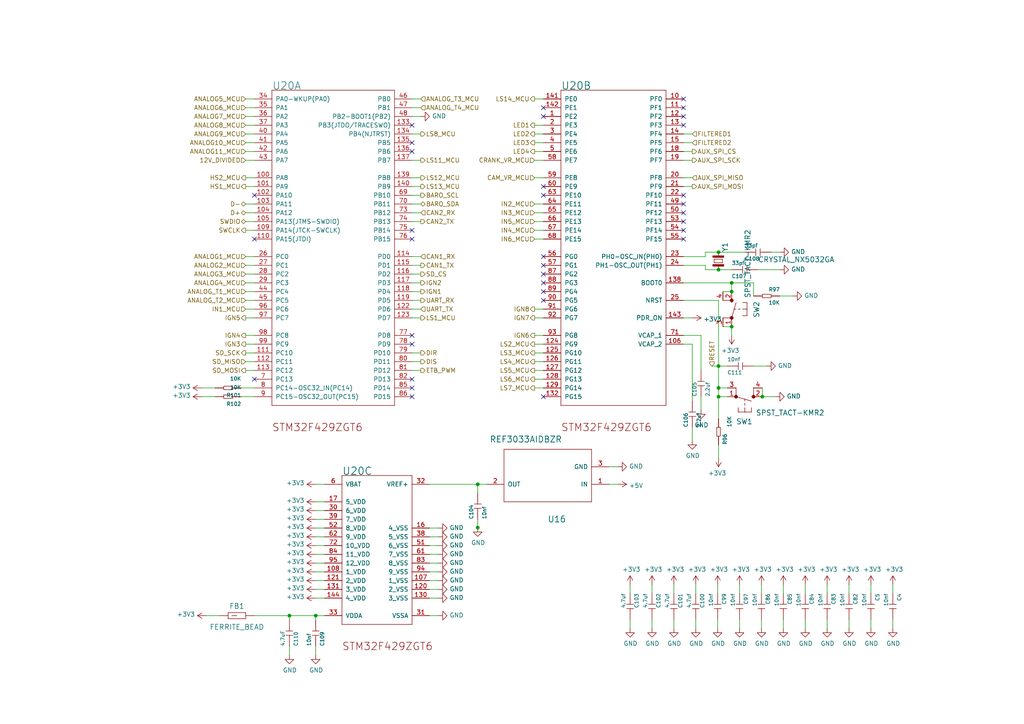
<source format=kicad_sch>
(kicad_sch (version 20230121) (generator eeschema)
  (paper "A4")
  (junction (at 208.407 112.522))
  (junction (at 91.567 178.562))
  (junction (at 138.557 140.462))
  (junction (at 208.407 115.062))
  (junction (at 208.407 73.152))
  (junction (at 221.107 115.062))
  (junction (at 212.217 94.742))
  (junction (at 208.407 78.232))
  (junction (at 212.217 82.042))
  (junction (at 83.947 178.562))
  (junction (at 212.217 84.582))
  (junction (at 208.407 106.172))
  (junction (at 138.557 153.035))
  (no_connect (at 119.507 99.822))
  (no_connect (at 157.607 84.582))
  (no_connect (at 119.507 112.522))
  (no_connect (at 198.247 36.322))
  (no_connect (at 119.507 66.802))
  (no_connect (at 198.247 69.342))
  (no_connect (at 157.607 115.062))
  (no_connect (at 119.507 41.402))
  (no_connect (at 198.247 31.242))
  (no_connect (at 157.607 56.642))
  (no_connect (at 119.507 36.322))
  (no_connect (at 198.247 64.262))
  (no_connect (at 198.247 59.182))
  (no_connect (at 157.607 74.422))
  (no_connect (at 157.607 33.782))
  (no_connect (at 73.787 69.342))
  (no_connect (at 119.507 43.942))
  (no_connect (at 119.507 69.342))
  (no_connect (at 157.607 31.242))
  (no_connect (at 119.507 97.282))
  (no_connect (at 198.247 61.722))
  (no_connect (at 73.787 56.642))
  (no_connect (at 198.247 56.642))
  (no_connect (at 73.787 109.982))
  (no_connect (at 157.607 76.962))
  (no_connect (at 119.507 109.982))
  (no_connect (at 119.507 115.062))
  (no_connect (at 198.247 33.782))
  (no_connect (at 198.247 28.702))
  (no_connect (at 157.607 87.122))
  (no_connect (at 157.607 79.502))
  (no_connect (at 157.607 54.102))
  (no_connect (at 157.607 82.042))
  (no_connect (at 198.247 66.802))
  (wire (pts (xy 198.247 87.122) (xy 208.407 87.122)))
  (wire (pts (xy 119.507 46.482) (xy 122.047 46.482)))
  (wire (pts (xy 73.787 36.322) (xy 71.247 36.322)))
  (wire (pts (xy 124.587 170.942) (xy 127.127 170.942)))
  (wire (pts (xy 157.607 64.262) (xy 155.067 64.262)))
  (wire (pts (xy 226.187 73.152) (xy 223.647 73.152)))
  (wire (pts (xy 198.247 51.562) (xy 200.787 51.562)))
  (wire (pts (xy 220.853 179.705) (xy 220.853 182.245)))
  (wire (pts (xy 91.567 179.832) (xy 91.567 178.562)))
  (wire (pts (xy 222.377 106.172) (xy 218.567 106.172)))
  (wire (pts (xy 157.607 112.522) (xy 155.067 112.522)))
  (wire (pts (xy 71.247 41.402) (xy 73.787 41.402)))
  (wire (pts (xy 119.507 64.262) (xy 122.047 64.262)))
  (wire (pts (xy 155.067 59.182) (xy 157.607 59.182)))
  (wire (pts (xy 220.853 172.085) (xy 220.853 169.545)))
  (wire (pts (xy 204.597 74.422) (xy 198.247 74.422)))
  (wire (pts (xy 208.407 132.842) (xy 208.407 129.032)))
  (wire (pts (xy 208.407 115.062) (xy 208.407 112.522)))
  (wire (pts (xy 73.787 66.802) (xy 71.247 66.802)))
  (wire (pts (xy 94.107 145.542) (xy 91.567 145.542)))
  (wire (pts (xy 124.587 140.462) (xy 138.557 140.462)))
  (wire (pts (xy 246.253 172.085) (xy 246.253 169.545)))
  (wire (pts (xy 208.407 87.122) (xy 208.407 106.172)))
  (wire (pts (xy 203.327 97.282) (xy 203.327 107.442)))
  (wire (pts (xy 218.567 85.852) (xy 218.567 82.042)))
  (wire (pts (xy 73.787 76.962) (xy 71.247 76.962)))
  (wire (pts (xy 138.557 153.035) (xy 138.557 153.162)))
  (wire (pts (xy 200.787 127.762) (xy 200.787 123.952)))
  (wire (pts (xy 138.557 150.622) (xy 138.557 153.035)))
  (wire (pts (xy 94.107 160.782) (xy 91.567 160.782)))
  (wire (pts (xy 208.153 179.705) (xy 208.153 182.245)))
  (wire (pts (xy 212.217 82.042) (xy 198.247 82.042)))
  (wire (pts (xy 124.587 168.402) (xy 127.127 168.402)))
  (wire (pts (xy 119.507 51.562) (xy 122.047 51.562)))
  (wire (pts (xy 189.103 179.705) (xy 189.103 182.245)))
  (wire (pts (xy 73.787 79.502) (xy 71.247 79.502)))
  (wire (pts (xy 71.247 54.102) (xy 73.787 54.102)))
  (wire (pts (xy 124.587 173.482) (xy 127.127 173.482)))
  (wire (pts (xy 119.507 102.362) (xy 122.047 102.362)))
  (wire (pts (xy 212.217 84.582) (xy 209.677 84.582)))
  (wire (pts (xy 210.947 115.062) (xy 208.407 115.062)))
  (wire (pts (xy 138.557 140.462) (xy 141.097 140.462)))
  (wire (pts (xy 198.247 99.822) (xy 200.787 99.822)))
  (wire (pts (xy 246.253 179.705) (xy 246.253 182.245)))
  (wire (pts (xy 124.587 178.562) (xy 127.127 178.562)))
  (wire (pts (xy 179.197 140.462) (xy 176.657 140.462)))
  (wire (pts (xy 69.977 112.522) (xy 73.787 112.522)))
  (wire (pts (xy 157.607 102.362) (xy 155.067 102.362)))
  (wire (pts (xy 73.787 64.262) (xy 71.247 64.262)))
  (wire (pts (xy 157.607 99.822) (xy 155.067 99.822)))
  (wire (pts (xy 119.507 59.182) (xy 122.047 59.182)))
  (wire (pts (xy 233.553 179.705) (xy 233.553 182.245)))
  (wire (pts (xy 124.587 163.322) (xy 127.127 163.322)))
  (wire (pts (xy 157.607 43.942) (xy 155.067 43.942)))
  (wire (pts (xy 124.587 153.162) (xy 127.127 153.162)))
  (wire (pts (xy 201.803 172.085) (xy 201.803 169.545)))
  (wire (pts (xy 258.953 172.085) (xy 258.953 169.545)))
  (wire (pts (xy 119.507 104.902) (xy 122.047 104.902)))
  (wire (pts (xy 94.107 140.462) (xy 91.567 140.462)))
  (wire (pts (xy 198.247 54.102) (xy 200.787 54.102)))
  (wire (pts (xy 218.567 82.042) (xy 212.217 82.042)))
  (wire (pts (xy 182.753 179.705) (xy 182.753 182.245)))
  (wire (pts (xy 83.947 189.992) (xy 83.947 187.452)))
  (wire (pts (xy 198.247 46.482) (xy 200.787 46.482)))
  (wire (pts (xy 73.787 31.242) (xy 71.247 31.242)))
  (wire (pts (xy 157.607 38.862) (xy 155.067 38.862)))
  (wire (pts (xy 200.787 99.822) (xy 200.787 116.332)))
  (wire (pts (xy 73.787 104.902) (xy 71.247 104.902)))
  (wire (pts (xy 119.507 33.782) (xy 122.047 33.782)))
  (wire (pts (xy 124.587 155.702) (xy 127.127 155.702)))
  (wire (pts (xy 69.977 115.062) (xy 73.787 115.062)))
  (wire (pts (xy 157.607 28.702) (xy 155.067 28.702)))
  (wire (pts (xy 204.597 78.232) (xy 204.597 76.962)))
  (wire (pts (xy 73.787 84.582) (xy 71.247 84.582)))
  (wire (pts (xy 208.153 172.085) (xy 208.153 169.545)))
  (wire (pts (xy 73.787 28.702) (xy 71.247 28.702)))
  (wire (pts (xy 210.947 112.522) (xy 208.407 112.522)))
  (wire (pts (xy 157.607 107.442) (xy 155.067 107.442)))
  (wire (pts (xy 227.203 172.085) (xy 227.203 169.545)))
  (wire (pts (xy 94.107 150.622) (xy 91.567 150.622)))
  (wire (pts (xy 138.557 143.002) (xy 138.557 140.462)))
  (wire (pts (xy 73.787 59.182) (xy 71.247 59.182)))
  (wire (pts (xy 157.607 89.662) (xy 155.067 89.662)))
  (wire (pts (xy 239.903 172.085) (xy 239.903 169.545)))
  (wire (pts (xy 189.103 172.085) (xy 189.103 169.545)))
  (wire (pts (xy 59.817 178.562) (xy 63.627 178.562)))
  (wire (pts (xy 208.407 73.152) (xy 204.597 73.152)))
  (wire (pts (xy 119.507 76.962) (xy 122.047 76.962)))
  (wire (pts (xy 208.407 106.172) (xy 206.502 106.172)))
  (wire (pts (xy 94.107 163.322) (xy 91.567 163.322)))
  (wire (pts (xy 119.507 54.102) (xy 122.047 54.102)))
  (wire (pts (xy 119.507 79.502) (xy 122.047 79.502)))
  (wire (pts (xy 94.107 168.402) (xy 91.567 168.402)))
  (wire (pts (xy 83.947 179.832) (xy 83.947 178.562)))
  (wire (pts (xy 71.247 43.942) (xy 73.787 43.942)))
  (wire (pts (xy 227.203 179.705) (xy 227.203 182.245)))
  (wire (pts (xy 157.607 104.902) (xy 155.067 104.902)))
  (wire (pts (xy 204.597 76.962) (xy 198.247 76.962)))
  (wire (pts (xy 157.607 36.322) (xy 155.067 36.322)))
  (wire (pts (xy 203.327 118.872) (xy 203.327 115.062)))
  (wire (pts (xy 157.607 109.982) (xy 155.067 109.982)))
  (wire (pts (xy 155.067 51.562) (xy 157.607 51.562)))
  (wire (pts (xy 94.107 158.242) (xy 91.567 158.242)))
  (wire (pts (xy 258.953 179.705) (xy 258.953 182.245)))
  (wire (pts (xy 200.787 41.402) (xy 198.247 41.402)))
  (wire (pts (xy 216.027 73.152) (xy 208.407 73.152)))
  (wire (pts (xy 210.947 106.172) (xy 208.407 106.172)))
  (wire (pts (xy 91.567 178.562) (xy 83.947 178.562)))
  (wire (pts (xy 212.217 97.282) (xy 212.217 94.742)))
  (wire (pts (xy 124.587 165.862) (xy 127.127 165.862)))
  (wire (pts (xy 73.787 102.362) (xy 71.247 102.362)))
  (wire (pts (xy 91.567 189.992) (xy 91.567 187.452)))
  (wire (pts (xy 200.787 38.862) (xy 198.247 38.862)))
  (wire (pts (xy 119.507 31.242) (xy 122.047 31.242)))
  (wire (pts (xy 73.787 92.202) (xy 71.247 92.202)))
  (wire (pts (xy 198.247 43.942) (xy 200.787 43.942)))
  (wire (pts (xy 73.787 33.782) (xy 71.247 33.782)))
  (wire (pts (xy 198.247 97.282) (xy 203.327 97.282)))
  (wire (pts (xy 119.507 89.662) (xy 122.047 89.662)))
  (wire (pts (xy 252.603 179.705) (xy 252.603 182.245)))
  (wire (pts (xy 119.507 74.422) (xy 122.047 74.422)))
  (wire (pts (xy 119.507 56.642) (xy 122.047 56.642)))
  (wire (pts (xy 252.603 172.085) (xy 252.603 169.545)))
  (wire (pts (xy 119.507 92.202) (xy 122.047 92.202)))
  (wire (pts (xy 214.503 179.705) (xy 214.503 182.245)))
  (wire (pts (xy 155.067 69.342) (xy 157.607 69.342)))
  (wire (pts (xy 58.547 112.522) (xy 62.357 112.522)))
  (wire (pts (xy 224.917 115.062) (xy 221.107 115.062)))
  (wire (pts (xy 195.453 172.085) (xy 195.453 169.545)))
  (wire (pts (xy 94.107 178.562) (xy 91.567 178.562)))
  (wire (pts (xy 119.507 107.442) (xy 122.047 107.442)))
  (wire (pts (xy 73.787 97.282) (xy 71.247 97.282)))
  (wire (pts (xy 94.107 155.702) (xy 91.567 155.702)))
  (wire (pts (xy 119.507 61.722) (xy 122.047 61.722)))
  (wire (pts (xy 71.247 38.862) (xy 73.787 38.862)))
  (wire (pts (xy 239.903 179.705) (xy 239.903 182.245)))
  (wire (pts (xy 58.547 115.062) (xy 62.357 115.062)))
  (wire (pts (xy 73.787 89.662) (xy 71.247 89.662)))
  (wire (pts (xy 94.107 153.162) (xy 91.567 153.162)))
  (wire (pts (xy 212.217 94.742) (xy 209.677 94.742)))
  (wire (pts (xy 124.587 160.782) (xy 127.127 160.782)))
  (wire (pts (xy 119.507 28.702) (xy 122.047 28.702)))
  (wire (pts (xy 226.187 78.232) (xy 219.837 78.232)))
  (wire (pts (xy 195.453 179.705) (xy 195.453 182.245)))
  (wire (pts (xy 157.607 92.202) (xy 155.067 92.202)))
  (wire (pts (xy 119.507 84.582) (xy 122.047 84.582)))
  (wire (pts (xy 229.997 85.852) (xy 226.187 85.852)))
  (wire (pts (xy 73.787 82.042) (xy 71.247 82.042)))
  (wire (pts (xy 73.787 99.822) (xy 71.247 99.822)))
  (wire (pts (xy 204.597 73.152) (xy 204.597 74.422)))
  (wire (pts (xy 212.217 78.232) (xy 208.407 78.232)))
  (wire (pts (xy 73.787 61.722) (xy 71.247 61.722)))
  (wire (pts (xy 73.787 46.482) (xy 71.247 46.482)))
  (wire (pts (xy 71.247 74.422) (xy 73.787 74.422)))
  (wire (pts (xy 155.067 66.802) (xy 157.607 66.802)))
  (wire (pts (xy 198.247 92.202) (xy 200.787 92.202)))
  (wire (pts (xy 119.507 38.862) (xy 122.047 38.862)))
  (wire (pts (xy 94.107 148.082) (xy 91.567 148.082)))
  (wire (pts (xy 182.753 172.085) (xy 182.753 169.545)))
  (wire (pts (xy 155.067 46.482) (xy 157.607 46.482)))
  (wire (pts (xy 155.067 61.722) (xy 157.607 61.722)))
  (wire (pts (xy 119.507 82.042) (xy 122.047 82.042)))
  (wire (pts (xy 94.107 165.862) (xy 91.567 165.862)))
  (wire (pts (xy 83.947 178.562) (xy 73.787 178.562)))
  (wire (pts (xy 94.107 170.942) (xy 91.567 170.942)))
  (wire (pts (xy 208.407 78.232) (xy 204.597 78.232)))
  (wire (pts (xy 208.407 112.522) (xy 208.407 106.172)))
  (wire (pts (xy 71.247 51.562) (xy 73.787 51.562)))
  (wire (pts (xy 212.217 84.582) (xy 212.217 82.042)))
  (wire (pts (xy 157.607 41.402) (xy 155.067 41.402)))
  (wire (pts (xy 73.787 87.122) (xy 71.247 87.122)))
  (wire (pts (xy 214.503 172.085) (xy 214.503 169.545)))
  (wire (pts (xy 179.197 135.382) (xy 176.657 135.382)))
  (wire (pts (xy 94.107 173.482) (xy 91.567 173.482)))
  (wire (pts (xy 119.507 87.122) (xy 122.047 87.122)))
  (wire (pts (xy 221.107 115.062) (xy 221.107 112.522)))
  (wire (pts (xy 208.407 121.412) (xy 208.407 115.062)))
  (wire (pts (xy 233.553 172.085) (xy 233.553 169.545)))
  (wire (pts (xy 73.787 107.442) (xy 71.247 107.442)))
  (wire (pts (xy 201.803 179.705) (xy 201.803 182.245)))
  (wire (pts (xy 124.587 158.242) (xy 127.127 158.242)))
  (wire (pts (xy 157.607 97.282) (xy 155.067 97.282)))
  (hierarchical_label "HS2_MCU" (shape output) (at 71.247 51.562 180))
  (hierarchical_label "ANALOG_T2_MCU" (shape input) (at 71.247 87.122 180))
  (hierarchical_label "IGN5" (shape output) (at 71.247 92.202 180))
  (hierarchical_label "ANALOG_T1_MCU" (shape input) (at 71.247 84.582 180))
  (hierarchical_label "LS6_MCU" (shape output) (at 155.067 109.982 180))
  (hierarchical_label "HS1_MCU" (shape output) (at 71.247 54.102 180))
  (hierarchical_label "LS5_MCU" (shape output) (at 155.067 107.442 180))
  (hierarchical_label "BARO_SDA" (shape bidirectional) (at 122.047 59.182 0))
  (hierarchical_label "ANALOG_T3_MCU" (shape input) (at 122.047 28.702 0))
  (hierarchical_label "ANALOG9_MCU" (shape input) (at 71.247 38.862 180))
  (hierarchical_label "AUX_SPI_SCK" (shape output) (at 200.787 46.482 0))
  (hierarchical_label "CAM_VR_MCU" (shape input) (at 155.067 51.562 180))
  (hierarchical_label "LS7_MCU" (shape output) (at 155.067 112.522 180))
  (hierarchical_label "CAN1_TX" (shape output) (at 122.047 76.962 0))
  (hierarchical_label "AUX_SPI_CS" (shape output) (at 200.787 43.942 0))
  (hierarchical_label "ANALOG5_MCU" (shape input) (at 71.247 28.702 180))
  (hierarchical_label "LS14_MCU" (shape output) (at 155.067 28.702 180))
  (hierarchical_label "IN3_MCU" (shape input) (at 155.067 61.722 180))
  (hierarchical_label "LS13_MCU" (shape output) (at 122.047 54.102 0))
  (hierarchical_label "SD_CS" (shape output) (at 122.047 79.502 0))
  (hierarchical_label "RESET" (shape input) (at 206.502 106.172 90))
  (hierarchical_label "AUX_SPI_MISO" (shape input) (at 200.787 51.562 0))
  (hierarchical_label "IGN1" (shape output) (at 122.047 84.582 0))
  (hierarchical_label "ANALOG3_MCU" (shape input) (at 71.247 79.502 180))
  (hierarchical_label "ANALOG11_MCU" (shape input) (at 71.247 43.942 180))
  (hierarchical_label "IN1_MCU" (shape input) (at 71.247 89.662 180))
  (hierarchical_label "D-" (shape bidirectional) (at 71.247 59.182 180))
  (hierarchical_label "FILTERED1" (shape input) (at 200.787 38.862 0))
  (hierarchical_label "LS11_MCU" (shape output) (at 122.047 46.482 0))
  (hierarchical_label "AUX_SPI_MOSI" (shape output) (at 200.787 54.102 0))
  (hierarchical_label "CRANK_VR_MCU" (shape input) (at 155.067 46.482 180))
  (hierarchical_label "IN6_MCU" (shape input) (at 155.067 69.342 180))
  (hierarchical_label "UART_TX" (shape input) (at 122.047 89.662 0))
  (hierarchical_label "IN5_MCU" (shape input) (at 155.067 64.262 180))
  (hierarchical_label "IGN8" (shape output) (at 155.067 89.662 180))
  (hierarchical_label "IGN3" (shape output) (at 71.247 99.822 180))
  (hierarchical_label "IGN6" (shape output) (at 155.067 97.282 180))
  (hierarchical_label "ANALOG1_MCU" (shape input) (at 71.247 74.422 180))
  (hierarchical_label "IN4_MCU" (shape input) (at 155.067 66.802 180))
  (hierarchical_label "IGN4" (shape output) (at 71.247 97.282 180))
  (hierarchical_label "ANALOG4_MCU" (shape input) (at 71.247 82.042 180))
  (hierarchical_label "LS12_MCU" (shape output) (at 122.047 51.562 0))
  (hierarchical_label "UART_RX" (shape output) (at 122.047 87.122 0))
  (hierarchical_label "BARO_SCL" (shape output) (at 122.047 56.642 0))
  (hierarchical_label "ANALOG8_MCU" (shape input) (at 71.247 36.322 180))
  (hierarchical_label "LED2" (shape output) (at 155.067 38.862 180))
  (hierarchical_label "SWDIO" (shape bidirectional) (at 71.247 64.262 180))
  (hierarchical_label "DIS" (shape output) (at 122.047 104.902 0))
  (hierarchical_label "CAN2_TX" (shape output) (at 122.047 64.262 0))
  (hierarchical_label "SD_MOSI" (shape output) (at 71.247 107.442 180))
  (hierarchical_label "IN2_MCU" (shape input) (at 155.067 59.182 180))
  (hierarchical_label "ANALOG_T4_MCU" (shape input) (at 122.047 31.242 0))
  (hierarchical_label "DIR" (shape output) (at 122.047 102.362 0))
  (hierarchical_label "D+" (shape bidirectional) (at 71.247 61.722 180))
  (hierarchical_label "CAN1_RX" (shape input) (at 122.047 74.422 0))
  (hierarchical_label "LS3_MCU" (shape output) (at 155.067 102.362 180))
  (hierarchical_label "FILTERED2" (shape input) (at 200.787 41.402 0))
  (hierarchical_label "ETB_PWM" (shape output) (at 122.047 107.442 0))
  (hierarchical_label "ANALOG2_MCU" (shape input) (at 71.247 76.962 180))
  (hierarchical_label "SD_SCK" (shape output) (at 71.247 102.362 180))
  (hierarchical_label "LED4" (shape output) (at 155.067 43.942 180))
  (hierarchical_label "SWCLK" (shape output) (at 71.247 66.802 180))
  (hierarchical_label "LED3" (shape output) (at 155.067 41.402 180))
  (hierarchical_label "LS1_MCU" (shape output) (at 122.047 92.202 0))
  (hierarchical_label "ANALOG7_MCU" (shape input) (at 71.247 33.782 180))
  (hierarchical_label "LS2_MCU" (shape output) (at 155.067 99.822 180))
  (hierarchical_label "SD_MISO" (shape input) (at 71.247 104.902 180))
  (hierarchical_label "IGN2" (shape output) (at 122.047 82.042 0))
  (hierarchical_label "ANALOG10_MCU" (shape input) (at 71.247 41.402 180))
  (hierarchical_label "LS4_MCU" (shape output) (at 155.067 104.902 180))
  (hierarchical_label "12V_DIVIDED" (shape input) (at 71.247 46.482 180))
  (hierarchical_label "CAN2_RX" (shape input) (at 122.047 61.722 0))
  (hierarchical_label "LS8_MCU" (shape output) (at 122.047 38.862 0))
  (hierarchical_label "ANALOG6_MCU" (shape input) (at 71.247 31.242 180))
  (hierarchical_label "IGN7" (shape output) (at 155.067 92.202 180))
  (hierarchical_label "LED1" (shape output) (at 155.067 36.322 180))
  (symbol (lib_id "Proteus_Little-rescue:GND-power") (at 83.947 189.992 0) (unit 1)
    (property "Reference" "#PWR0413" (effects hide))
    (property "Value" "GND-power" (at 84.074 194.3862 0))
  )
  (symbol (lib_id "Proteus_Little-rescue:GND-power") (at 91.567 189.992 0) (unit 1)
    (property "Reference" "#PWR0414" (effects hide))
    (property "Value" "GND-power" (at 91.694 194.3862 0))
  )
  (symbol (lib_id "Proteus_Little-rescue:GND-power") (at 252.603 182.245 0) (unit 1)
    (property "Reference" "#PWR0223" (effects hide))
    (property "Value" "GND-power" (at 252.73 186.6392 0))
  )
  (symbol (lib_id "Proteus_Little-rescue:GND-power") (at 258.953 182.245 0) (unit 1)
    (property "Reference" "#PWR0224" (effects hide))
    (property "Value" "GND-power" (at 259.08 186.6392 0))
  )
  (symbol (lib_id "Proteus_Little-rescue:GND-power") (at 246.253 182.245 0) (unit 1)
    (property "Reference" "#PWR0225" (effects hide))
    (property "Value" "GND-power" (at 246.38 186.6392 0))
  )
  (symbol (lib_id "Proteus_Little-rescue:GND-power") (at 239.903 182.245 0) (unit 1)
    (property "Reference" "#PWR0226" (effects hide))
    (property "Value" "GND-power" (at 240.03 186.6392 0))
  )
  (symbol (lib_id "Proteus_Little-rescue:GND-power") (at 233.553 182.245 0) (unit 1)
    (property "Reference" "#PWR0227" (effects hide))
    (property "Value" "GND-power" (at 233.68 186.6392 0))
  )
  (symbol (lib_id "Proteus_Little-rescue:GND-power") (at 227.203 182.245 0) (unit 1)
    (property "Reference" "#PWR0228" (effects hide))
    (property "Value" "GND-power" (at 227.33 186.6392 0))
  )
  (symbol (lib_id "Proteus_Little-rescue:GND-power") (at 220.853 182.245 0) (unit 1)
    (property "Reference" "#PWR0229" (effects hide))
    (property "Value" "GND-power" (at 220.98 186.6392 0))
  )
  (symbol (lib_id "Proteus_Little-rescue:GND-power") (at 214.503 182.245 0) (unit 1)
    (property "Reference" "#PWR0230" (effects hide))
    (property "Value" "GND-power" (at 214.63 186.6392 0))
  )
  (symbol (lib_id "Proteus_Little-rescue:GND-power") (at 208.153 182.245 0) (unit 1)
    (property "Reference" "#PWR0231" (effects hide))
    (property "Value" "GND-power" (at 208.28 186.6392 0))
  )
  (symbol (lib_id "Proteus_Little-rescue:GND-power") (at 201.803 182.245 0) (unit 1)
    (property "Reference" "#PWR0232" (effects hide))
    (property "Value" "GND-power" (at 201.93 186.6392 0))
  )
  (symbol (lib_id "Proteus_Little-rescue:GND-power") (at 195.453 182.245 0) (unit 1)
    (property "Reference" "#PWR0233" (effects hide))
    (property "Value" "GND-power" (at 195.58 186.6392 0))
  )
  (symbol (lib_id "Proteus_Little-rescue:GND-power") (at 189.103 182.245 0) (unit 1)
    (property "Reference" "#PWR0234" (effects hide))
    (property "Value" "GND-power" (at 189.23 186.6392 0))
  )
  (symbol (lib_id "Proteus_Little-rescue:GND-power") (at 182.753 182.245 0) (unit 1)
    (property "Reference" "#PWR0235" (effects hide))
    (property "Value" "GND-power" (at 182.88 186.6392 0))
  )
  (symbol (lib_id "Proteus_Little-rescue:+3V3-power") (at 182.753 169.545 0) (unit 1)
    (property "Reference" "#PWR0236" (effects hide))
    (property "Value" "+3V3-power" (at 183.134 165.1508 0))
  )
  (symbol (lib_id "Proteus_Little-rescue:+3V3-power") (at 189.103 169.545 0) (unit 1)
    (property "Reference" "#PWR0237" (effects hide))
    (property "Value" "+3V3-power" (at 189.484 165.1508 0))
  )
  (symbol (lib_id "Proteus_Little-rescue:+3V3-power") (at 195.453 169.545 0) (unit 1)
    (property "Reference" "#PWR0238" (effects hide))
    (property "Value" "+3V3-power" (at 195.834 165.1508 0))
  )
  (symbol (lib_id "Proteus_Little-rescue:+3V3-power") (at 201.803 169.545 0) (unit 1)
    (property "Reference" "#PWR0239" (effects hide))
    (property "Value" "+3V3-power" (at 202.184 165.1508 0))
  )
  (symbol (lib_id "Proteus_Little-rescue:+3V3-power") (at 208.153 169.545 0) (unit 1)
    (property "Reference" "#PWR0240" (effects hide))
    (property "Value" "+3V3-power" (at 208.534 165.1508 0))
  )
  (symbol (lib_id "Proteus_Little-rescue:+3V3-power") (at 214.503 169.545 0) (unit 1)
    (property "Reference" "#PWR0241" (effects hide))
    (property "Value" "+3V3-power" (at 214.884 165.1508 0))
  )
  (symbol (lib_id "Proteus_Little-rescue:+3V3-power") (at 220.853 169.545 0) (unit 1)
    (property "Reference" "#PWR0242" (effects hide))
    (property "Value" "+3V3-power" (at 221.234 165.1508 0))
  )
  (symbol (lib_id "Proteus_Little-rescue:+3V3-power") (at 227.203 169.545 0) (unit 1)
    (property "Reference" "#PWR0243" (effects hide))
    (property "Value" "+3V3-power" (at 227.584 165.1508 0))
  )
  (symbol (lib_id "Proteus_Little-rescue:+3V3-power") (at 233.553 169.545 0) (unit 1)
    (property "Reference" "#PWR0244" (effects hide))
    (property "Value" "+3V3-power" (at 233.934 165.1508 0))
  )
  (symbol (lib_id "Proteus_Little-rescue:+3V3-power") (at 239.903 169.545 0) (unit 1)
    (property "Reference" "#PWR0245" (effects hide))
    (property "Value" "+3V3-power" (at 240.284 165.1508 0))
  )
  (symbol (lib_id "Proteus_Little-rescue:+3V3-power") (at 246.253 169.545 0) (unit 1)
    (property "Reference" "#PWR0246" (effects hide))
    (property "Value" "+3V3-power" (at 246.634 165.1508 0))
  )
  (symbol (lib_id "Proteus_Little-rescue:+3V3-power") (at 252.603 169.545 0) (unit 1)
    (property "Reference" "#PWR0247" (effects hide))
    (property "Value" "+3V3-power" (at 252.984 165.1508 0))
  )
  (symbol (lib_id "Proteus_Little-rescue:+3V3-power") (at 258.953 169.545 0) (unit 1)
    (property "Reference" "#PWR0248" (effects hide))
    (property "Value" "+3V3-power" (at 259.334 165.1508 0))
  )
  (symbol (lib_id "Proteus_Little-rescue:+3V3-power") (at 59.817 178.562 90) (unit 1)
    (property "Reference" "#PWR0249" (effects hide))
    (property "Value" "+3V3-power" (at 56.5658 178.181 90) (effects (justify left)))
  )
  (symbol (lib_id "Proteus_Little-rescue:+3V3-power") (at 91.567 140.462 90) (unit 1)
    (property "Reference" "#PWR0250" (effects hide))
    (property "Value" "+3V3-power" (at 88.3158 140.081 90) (effects (justify left)))
  )
  (symbol (lib_id "Proteus_Little-rescue:+3V3-power") (at 91.567 145.542 90) (unit 1)
    (property "Reference" "#PWR0251" (effects hide))
    (property "Value" "+3V3-power" (at 88.3158 145.161 90) (effects (justify left)))
  )
  (symbol (lib_id "Proteus_Little-rescue:+3V3-power") (at 91.567 148.082 90) (unit 1)
    (property "Reference" "#PWR0252" (effects hide))
    (property "Value" "+3V3-power" (at 88.3158 147.701 90) (effects (justify left)))
  )
  (symbol (lib_id "Proteus_Little-rescue:+3V3-power") (at 91.567 150.622 90) (unit 1)
    (property "Reference" "#PWR0253" (effects hide))
    (property "Value" "+3V3-power" (at 88.3158 150.241 90) (effects (justify left)))
  )
  (symbol (lib_id "Proteus_Little-rescue:+3V3-power") (at 91.567 153.162 90) (unit 1)
    (property "Reference" "#PWR0254" (effects hide))
    (property "Value" "+3V3-power" (at 88.3158 152.781 90) (effects (justify left)))
  )
  (symbol (lib_id "Proteus_Little-rescue:+3V3-power") (at 91.567 155.702 90) (unit 1)
    (property "Reference" "#PWR0255" (effects hide))
    (property "Value" "+3V3-power" (at 88.3158 155.321 90) (effects (justify left)))
  )
  (symbol (lib_id "Proteus_Little-rescue:+3V3-power") (at 91.567 158.242 90) (unit 1)
    (property "Reference" "#PWR0256" (effects hide))
    (property "Value" "+3V3-power" (at 88.3158 157.861 90) (effects (justify left)))
  )
  (symbol (lib_id "Proteus_Little-rescue:+3V3-power") (at 91.567 160.782 90) (unit 1)
    (property "Reference" "#PWR0257" (effects hide))
    (property "Value" "+3V3-power" (at 88.3158 160.401 90) (effects (justify left)))
  )
  (symbol (lib_id "Proteus_Little-rescue:+3V3-power") (at 91.567 163.322 90) (unit 1)
    (property "Reference" "#PWR0258" (effects hide))
    (property "Value" "+3V3-power" (at 88.3158 162.941 90) (effects (justify left)))
  )
  (symbol (lib_id "Proteus_Little-rescue:+3V3-power") (at 91.567 165.862 90) (unit 1)
    (property "Reference" "#PWR0259" (effects hide))
    (property "Value" "+3V3-power" (at 88.3158 165.481 90) (effects (justify left)))
  )
  (symbol (lib_id "Proteus_Little-rescue:+3V3-power") (at 91.567 168.402 90) (unit 1)
    (property "Reference" "#PWR0260" (effects hide))
    (property "Value" "+3V3-power" (at 88.3158 168.021 90) (effects (justify left)))
  )
  (symbol (lib_id "Proteus_Little-rescue:+3V3-power") (at 91.567 170.942 90) (unit 1)
    (property "Reference" "#PWR0261" (effects hide))
    (property "Value" "+3V3-power" (at 88.3158 170.561 90) (effects (justify left)))
  )
  (symbol (lib_id "Proteus_Little-rescue:+3V3-power") (at 91.567 173.482 90) (unit 1)
    (property "Reference" "#PWR0262" (effects hide))
    (property "Value" "+3V3-power" (at 88.3158 173.101 90) (effects (justify left)))
  )
  (symbol (lib_id "Proteus_Little-rescue:GND-power") (at 203.327 118.872 0) (unit 1)
    (property "Reference" "#PWR0263" (effects hide))
    (property "Value" "GND-power" (at 203.454 123.2662 0))
  )
  (symbol (lib_id "Proteus_Little-rescue:GND-power") (at 200.787 127.762 0) (unit 1)
    (property "Reference" "#PWR0264" (effects hide))
    (property "Value" "GND-power" (at 200.914 132.1562 0))
  )
  (symbol (lib_id "Proteus_Little-rescue:GND-power") (at 179.197 135.382 90) (unit 1)
    (property "Reference" "#PWR0265" (effects hide))
    (property "Value" "GND-power" (at 182.4482 135.255 90) (effects (justify right)))
  )
  (symbol (lib_id "Proteus_Little-rescue:GND-power") (at 138.557 153.035 0) (unit 1)
    (property "Reference" "#PWR0266" (effects hide))
    (property "Value" "GND-power" (at 138.684 157.4292 0))
  )
  (symbol (lib_id "Proteus_Little-rescue:GND-power") (at 127.127 153.162 90) (unit 1)
    (property "Reference" "#PWR0267" (effects hide))
    (property "Value" "GND-power" (at 130.3782 153.035 90) (effects (justify right)))
  )
  (symbol (lib_id "Proteus_Little-rescue:GND-power") (at 127.127 155.702 90) (unit 1)
    (property "Reference" "#PWR0268" (effects hide))
    (property "Value" "GND-power" (at 130.3782 155.575 90) (effects (justify right)))
  )
  (symbol (lib_id "Proteus_Little-rescue:GND-power") (at 127.127 158.242 90) (unit 1)
    (property "Reference" "#PWR0269" (effects hide))
    (property "Value" "GND-power" (at 130.3782 158.115 90) (effects (justify right)))
  )
  (symbol (lib_id "Proteus_Little-rescue:GND-power") (at 127.127 160.782 90) (unit 1)
    (property "Reference" "#PWR0270" (effects hide))
    (property "Value" "GND-power" (at 130.3782 160.655 90) (effects (justify right)))
  )
  (symbol (lib_id "Proteus_Little-rescue:GND-power") (at 127.127 163.322 90) (unit 1)
    (property "Reference" "#PWR0271" (effects hide))
    (property "Value" "GND-power" (at 130.3782 163.195 90) (effects (justify right)))
  )
  (symbol (lib_id "Proteus_Little-rescue:GND-power") (at 127.127 165.862 90) (unit 1)
    (property "Reference" "#PWR0272" (effects hide))
    (property "Value" "GND-power" (at 130.3782 165.735 90) (effects (justify right)))
  )
  (symbol (lib_id "Proteus_Little-rescue:GND-power") (at 127.127 168.402 90) (unit 1)
    (property "Reference" "#PWR0273" (effects hide))
    (property "Value" "GND-power" (at 130.3782 168.275 90) (effects (justify right)))
  )
  (symbol (lib_id "Proteus_Little-rescue:GND-power") (at 127.127 170.942 90) (unit 1)
    (property "Reference" "#PWR0274" (effects hide))
    (property "Value" "GND-power" (at 130.3782 170.815 90) (effects (justify right)))
  )
  (symbol (lib_id "Proteus_Little-rescue:GND-power") (at 127.127 173.482 90) (unit 1)
    (property "Reference" "#PWR0275" (effects hide))
    (property "Value" "GND-power" (at 130.3782 173.355 90) (effects (justify right)))
  )
  (symbol (lib_id "Proteus_Little-rescue:GND-power") (at 127.127 178.562 90) (unit 1)
    (property "Reference" "#PWR0276" (effects hide))
    (property "Value" "GND-power" (at 130.3782 178.435 90) (effects (justify right)))
  )
  (symbol (lib_id "Proteus_Little-rescue:GND-power") (at 226.187 73.152 90) (unit 1)
    (property "Reference" "#PWR0277" (effects hide))
    (property "Value" "GND-power" (at 229.4382 73.025 90) (effects (justify right)))
  )
  (symbol (lib_id "Proteus_Little-rescue:GND-power") (at 226.187 78.232 90) (unit 1)
    (property "Reference" "#PWR0278" (effects hide))
    (property "Value" "GND-power" (at 229.4382 78.105 90) (effects (justify right)))
  )
  (symbol (lib_id "Proteus_Little-rescue:GND-power") (at 229.997 85.852 90) (unit 1)
    (property "Reference" "#PWR0279" (effects hide))
    (property "Value" "GND-power" (at 233.2482 85.725 90) (effects (justify right)))
  )
  (symbol (lib_id "Proteus_Little-rescue:GND-power") (at 222.377 106.172 90) (unit 1)
    (property "Reference" "#PWR0280" (effects hide))
    (property "Value" "GND-power" (at 225.6282 106.045 90) (effects (justify right)))
  )
  (symbol (lib_id "Proteus_Little-rescue:GND-power") (at 224.917 115.062 90) (unit 1)
    (property "Reference" "#PWR0281" (effects hide))
    (property "Value" "GND-power" (at 228.1682 114.935 90) (effects (justify right)))
  )
  (symbol (lib_id "Proteus_Little-rescue:+3V3-power") (at 212.217 97.282 180) (unit 1)
    (property "Reference" "#PWR0282" (effects hide))
    (property "Value" "+3V3-power" (at 211.836 101.6762 0))
  )
  (symbol (lib_id "Proteus_Little-rescue:+3V3-power") (at 208.407 132.842 180) (unit 1)
    (property "Reference" "#PWR0283" (effects hide))
    (property "Value" "+3V3-power" (at 208.026 137.2362 0))
  )
  (symbol (lib_id "Proteus_Little-rescue:+5V-power") (at 179.197 140.462 270) (unit 1)
    (property "Reference" "#PWR0284" (effects hide))
    (property "Value" "+5V-power" (at 182.4482 140.843 90) (effects (justify left)))
  )
  (symbol (lib_id "Proteus_Little-rescue:+3V3-power") (at 200.787 92.202 270) (unit 1)
    (property "Reference" "#PWR0285" (effects hide))
    (property "Value" "+3V3-power" (at 204.0382 92.583 90) (effects (justify left)))
  )
  (symbol (lib_id "Proteus_Little-rescue:GND-power") (at 122.047 33.782 90) (unit 1)
    (property "Reference" "#PWR0286" (effects hide))
    (property "Value" "GND-power" (at 125.2982 33.655 90) (effects (justify right)))
  )
  (symbol (lib_id "Proteus_Little-rescue:+3V3-power") (at 58.547 112.522 90) (unit 1)
    (property "Reference" "#PWR0287" (effects hide))
    (property "Value" "+3V3-power" (at 55.2958 112.141 90) (effects (justify left)))
  )
  (symbol (lib_id "Proteus_Little-rescue:+3V3-power") (at 58.547 115.062 90) (unit 1)
    (property "Reference" "#PWR0288" (effects hide))
    (property "Value" "+3V3-power" (at 55.2958 114.681 90) (effects (justify left)))
  )
  (symbol (lib_id "Proteus_Little-eagle-import:CERAMIC-2.2UF-10V-10%-X7R(0603)") (at 203.327 111.252 90) (unit 1)
    (property "Reference" "C105" (at 202.057 115.062 0) (effects (font (size 1.0668 1.0668)) (justify left bottom)))
    (property "Value" "2.2uf" (at 205.867 115.062 0) (effects (font (size 1.0668 1.0668)) (justify left bottom)))
    (property "Footprint" "Proteus_Little:C0603" (effects hide))
  )
  (symbol (lib_id "Proteus_Little-eagle-import:CERAMIC-10NF-50V-10%-X7R(0603)") (at 233.553 175.895 270) (unit 1)
    (property "Reference" "C84" (at 234.823 172.085 0) (effects (font (size 1.0668 1.0668)) (justify left bottom)))
    (property "Value" "10nf" (at 231.013 172.085 0) (effects (font (size 1.0668 1.0668)) (justify left bottom)))
    (property "Footprint" "Proteus_Little:C0603" (effects hide))
  )
  (symbol (lib_id "Proteus_Little-eagle-import:CERAMIC-10NF-50V-10%-X7R(0603)") (at 214.757 106.172 0) (mirror x) (unit 1)
    (property "Reference" "C111" (at 210.947 107.442 0) (effects (font (size 1.0668 1.0668)) (justify left bottom)))
    (property "Value" "10nf" (at 210.947 103.632 0) (effects (font (size 1.0668 1.0668)) (justify left bottom)))
    (property "Footprint" "Proteus_Little:C0603" (effects hide))
  )
  (symbol (lib_id "Proteus_Little-eagle-import:SMD-RES-10K-1%-1_10W(0603)") (at 208.407 125.222 270) (mirror x) (unit 1)
    (property "Reference" "R96" (at 209.677 129.032 0) (effects (font (size 1.0668 1.0668)) (justify left bottom)))
    (property "Value" "10K" (at 210.947 123.952 0) (effects (font (size 1.0668 1.0668)) (justify left bottom)))
    (property "Footprint" "Proteus_Little:R0603" (effects hide))
  )
  (symbol (lib_id "Proteus_Little-eagle-import:SPST_TACT-KMR2") (at 212.217 89.662 0) (mirror y) (unit 1)
    (property "Reference" "SW2" (at 218.567 92.202 90) (effects (font (size 1.4986 1.4986)) (justify left bottom)))
    (property "Value" "SPST_TACT-KMR2" (at 216.027 86.487 90) (effects (font (size 1.4986 1.4986)) (justify left bottom)))
    (property "Footprint" "Proteus_Little:KMR2" (effects hide))
  )
  (symbol (lib_id "Proteus_Little-eagle-import:SMD-RES-10K-1%-1_10W(0603)") (at 222.377 85.852 0) (mirror y) (unit 1)
    (property "Reference" "R97" (at 226.187 84.582 0) (effects (font (size 1.0668 1.0668)) (justify left bottom)))
    (property "Value" "10K" (at 226.187 88.392 0) (effects (font (size 1.0668 1.0668)) (justify left bottom)))
    (property "Footprint" "Proteus_Little:R0603" (effects hide))
  )
  (symbol (lib_id "Proteus_Little-eagle-import:CERAMIC-10NF-50V-10%-X7R(0603)") (at 214.503 175.895 270) (unit 1)
    (property "Reference" "C97" (at 215.773 172.085 0) (effects (font (size 1.0668 1.0668)) (justify left bottom)))
    (property "Value" "10nf" (at 211.963 172.085 0) (effects (font (size 1.0668 1.0668)) (justify left bottom)))
    (property "Footprint" "Proteus_Little:C0603" (effects hide))
  )
  (symbol (lib_id "Proteus_Little-eagle-import:SMD-RES-10K-1%-1_10W(0603)") (at 66.167 115.062 180) (unit 1)
    (property "Reference" "R102" (at 69.977 116.5606 0) (effects (font (size 1.0668 1.0668)) (justify left bottom)))
    (property "Value" "10K" (at 69.977 111.76 0) (effects (font (size 1.0668 1.0668)) (justify left bottom)))
    (property "Footprint" "Proteus_Little:R0603" (effects hide))
  )
  (symbol (lib_id "Proteus_Little-eagle-import:CERAMIC-2.2UF-10V-10%-X7R(0603)") (at 200.787 120.142 90) (unit 1)
    (property "Reference" "C106" (at 199.517 123.952 0) (effects (font (size 1.0668 1.0668)) (justify left bottom)))
    (property "Value" "2.2uf" (at 203.327 123.952 0) (effects (font (size 1.0668 1.0668)) (justify left bottom)))
    (property "Footprint" "Proteus_Little:C0603" (effects hide))
  )
  (symbol (lib_id "Proteus_Little-eagle-import:FBCHIP-0805(2012-METRIC)") (at 68.707 178.562 0) (mirror y) (unit 1)
    (property "Reference" "FB1" (at 68.707 175.7934 0) (effects (font (size 1.4986 1.4986))))
    (property "Value" "FERRITE_BEAD" (at 68.707 181.864 0) (effects (font (size 1.4986 1.4986))))
    (property "Footprint" "Proteus_Little:BEADC2012X105N" (effects hide))
  )
  (symbol (lib_id "Proteus_Little-eagle-import:STMICROELECTRONICS_STM32F429ZGT6STMICROELECTRONICS_STM32F429ZGT6_0_2") (at 78.867 21.082 0) (unit 1)
    (property "Reference" "U20" (at 78.867 23.622 0) (effects (font (size 2.159 2.159)) (justify left top)))
    (property "Value" "STM32F407ZGT6" (effects hide))
    (property "Footprint" "Proteus_Little:STMICROELECTRONICS_STM32F429ZGT6_2" (effects hide))
  )
  (symbol (lib_id "Proteus_Little-eagle-import:STMICROELECTRONICS_STM32F429ZGT6STMICROELECTRONICS_STM32F429ZGT6_0_2") (at 99.187 132.842 0) (unit 3)
    (property "Reference" "U20" (at 99.187 135.382 0) (effects (font (size 2.159 2.159)) (justify left top)))
    (property "Value" "STM32F407ZGT6" (effects hide))
    (property "Footprint" "Proteus_Little:STMICROELECTRONICS_STM32F429ZGT6_2" (effects hide))
  )
  (symbol (lib_id "Proteus_Little-eagle-import:STMICROELECTRONICS_STM32F429ZGT6STMICROELECTRONICS_STM32F429ZGT6_0_2") (at 162.687 21.082 0) (unit 2)
    (property "Reference" "U20" (at 162.687 23.622 0) (effects (font (size 2.159 2.159)) (justify left top)))
    (property "Value" "STM32F407ZGT6" (effects hide))
    (property "Footprint" "Proteus_Little:STMICROELECTRONICS_STM32F429ZGT6_2" (effects hide))
  )
  (symbol (lib_id "Proteus_Little-eagle-import:CERAMIC-4.7UF-10V-10%-X5R(0603)") (at 182.753 175.895 270) (unit 1)
    (property "Reference" "C103" (at 184.023 172.085 0) (effects (font (size 1.0668 1.0668)) (justify left bottom)))
    (property "Value" "4.7uf" (at 180.213 172.085 0) (effects (font (size 1.0668 1.0668)) (justify left bottom)))
    (property "Footprint" "Proteus_Little:C0603" (effects hide))
  )
  (symbol (lib_id "Proteus_Little-eagle-import:CRYSTAL_NX5032GA") (at 208.407 75.692 270) (mirror x) (unit 1)
    (property "Reference" "Y1" (at 209.423 73.152 0) (effects (font (size 1.4986 1.4986)) (justify left bottom)))
    (property "Value" "CRYSTAL_NX5032GA" (at 219.837 74.422 90) (effects (font (size 1.4986 1.4986)) (justify left bottom)))
    (property "Footprint" "Proteus_Little:CRYSTAL_2-SMD-5X3" (effects hide))
  )
  (symbol (lib_id "Proteus_Little-eagle-import:CERAMIC-10NF-50V-10%-X7R(0603)") (at 208.153 175.895 270) (unit 1)
    (property "Reference" "C99" (at 209.423 172.085 0) (effects (font (size 1.0668 1.0668)) (justify left bottom)))
    (property "Value" "10nf" (at 205.613 172.085 0) (effects (font (size 1.0668 1.0668)) (justify left bottom)))
    (property "Footprint" "Proteus_Little:C0603" (effects hide))
  )
  (symbol (lib_id "Proteus_Little-eagle-import:CERAMIC-10NF-50V-10%-X7R(0603)") (at 246.253 175.895 270) (unit 1)
    (property "Reference" "C82" (at 247.523 172.085 0) (effects (font (size 1.0668 1.0668)) (justify left bottom)))
    (property "Value" "10nf" (at 243.713 172.085 0) (effects (font (size 1.0668 1.0668)) (justify left bottom)))
    (property "Footprint" "Proteus_Little:C0603" (effects hide))
  )
  (symbol (lib_id "Proteus_Little-eagle-import:CERAMIC-10NF-50V-10%-X7R(0603)") (at 227.203 175.895 270) (unit 1)
    (property "Reference" "C85" (at 228.473 172.085 0) (effects (font (size 1.0668 1.0668)) (justify left bottom)))
    (property "Value" "10nf" (at 224.663 172.085 0) (effects (font (size 1.0668 1.0668)) (justify left bottom)))
    (property "Footprint" "Proteus_Little:C0603" (effects hide))
  )
  (symbol (lib_id "Proteus_Little-eagle-import:CERAMIC-4.7NF-50V-10%-X7R(0603)") (at 83.947 183.642 270) (mirror x) (unit 1)
    (property "Reference" "C110" (at 85.217 187.452 0) (effects (font (size 1.0668 1.0668)) (justify left bottom)))
    (property "Value" "4.7uF" (at 81.407 187.452 0) (effects (font (size 1.0668 1.0668)) (justify left bottom)))
    (property "Footprint" "Proteus_Little:C0603" (effects hide))
  )
  (symbol (lib_id "Proteus_Little-eagle-import:CERAMIC-4.7UF-10V-10%-X5R(0603)") (at 195.453 175.895 270) (unit 1)
    (property "Reference" "C101" (at 196.723 172.085 0) (effects (font (size 1.0668 1.0668)) (justify left bottom)))
    (property "Value" "4.7uf" (at 192.913 172.085 0) (effects (font (size 1.0668 1.0668)) (justify left bottom)))
    (property "Footprint" "Proteus_Little:C0603" (effects hide))
  )
  (symbol (lib_id "Proteus_Little-eagle-import:SMD-RES-10K-1%-1_10W(0603)") (at 66.167 112.522 180) (unit 1)
    (property "Reference" "R101" (at 69.977 114.0206 0) (effects (font (size 1.0668 1.0668)) (justify left bottom)))
    (property "Value" "10K" (at 69.977 109.22 0) (effects (font (size 1.0668 1.0668)) (justify left bottom)))
    (property "Footprint" "Proteus_Little:R0603" (effects hide))
  )
  (symbol (lib_id "Proteus_Little-eagle-import:CERAMIC-33PF-50V-5%-NPO(0402)") (at 216.027 78.232 0) (mirror x) (unit 1)
    (property "Reference" "C107" (at 212.217 79.502 0) (effects (font (size 1.0668 1.0668)) (justify left bottom)))
    (property "Value" "33pf" (at 212.217 75.692 0) (effects (font (size 1.0668 1.0668)) (justify left bottom)))
    (property "Footprint" "Proteus_Little:C0402" (effects hide))
  )
  (symbol (lib_id "Proteus_Little-eagle-import:CERAMIC-10NF-50V-10%-X7R(0603)") (at 252.603 175.895 270) (unit 1)
    (property "Reference" "C5" (at 253.873 172.085 0) (effects (font (size 1.0668 1.0668)) (justify left bottom)))
    (property "Value" "10nf" (at 250.063 172.085 0) (effects (font (size 1.0668 1.0668)) (justify left bottom)))
    (property "Footprint" "Proteus_Little:C0603" (effects hide))
  )
  (symbol (lib_id "Proteus_Little-eagle-import:CERAMIC-4.7UF-10V-10%-X5R(0603)") (at 201.803 175.895 270) (unit 1)
    (property "Reference" "C100" (at 203.073 172.085 0) (effects (font (size 1.0668 1.0668)) (justify left bottom)))
    (property "Value" "4.7uf" (at 199.263 172.085 0) (effects (font (size 1.0668 1.0668)) (justify left bottom)))
    (property "Footprint" "Proteus_Little:C0603" (effects hide))
  )
  (symbol (lib_id "Proteus_Little-eagle-import:CERAMIC-10NF-50V-10%-X7R(0603)") (at 220.853 175.895 270) (unit 1)
    (property "Reference" "C86" (at 222.123 172.085 0) (effects (font (size 1.0668 1.0668)) (justify left bottom)))
    (property "Value" "10nf" (at 218.313 172.085 0) (effects (font (size 1.0668 1.0668)) (justify left bottom)))
    (property "Footprint" "Proteus_Little:C0603" (effects hide))
  )
  (symbol (lib_id "Proteus_Little-eagle-import:SPST_TACT-KMR2") (at 216.027 115.062 270) (mirror x) (unit 1)
    (property "Reference" "SW1" (at 213.487 121.412 90) (effects (font (size 1.4986 1.4986)) (justify left bottom)))
    (property "Value" "SPST_TACT-KMR2" (at 219.202 118.872 90) (effects (font (size 1.4986 1.4986)) (justify left bottom)))
    (property "Footprint" "Proteus_Little:KMR2" (effects hide))
  )
  (symbol (lib_id "Proteus_Little-eagle-import:CERAMIC-10NF-50V-10%-X7R(0603)") (at 239.903 175.895 270) (unit 1)
    (property "Reference" "C83" (at 241.173 172.085 0) (effects (font (size 1.0668 1.0668)) (justify left bottom)))
    (property "Value" "10nf" (at 237.363 172.085 0) (effects (font (size 1.0668 1.0668)) (justify left bottom)))
    (property "Footprint" "Proteus_Little:C0603" (effects hide))
  )
  (symbol (lib_id "Proteus_Little-eagle-import:CERAMIC-10NF-50V-10%-X7R(0603)") (at 138.557 146.812 90) (unit 1)
    (property "Reference" "C104" (at 137.287 150.622 0) (effects (font (size 1.0668 1.0668)) (justify left bottom)))
    (property "Value" "10nf" (at 141.097 150.622 0) (effects (font (size 1.0668 1.0668)) (justify left bottom)))
    (property "Footprint" "Proteus_Little:C0603" (effects hide))
  )
  (symbol (lib_id "Proteus_Little-eagle-import:CERAMIC-10NF-50V-10%-X7R(0603)") (at 91.567 183.642 270) (mirror x) (unit 1)
    (property "Reference" "C109" (at 92.837 187.452 0) (effects (font (size 1.0668 1.0668)) (justify left bottom)))
    (property "Value" "10nf" (at 89.027 187.452 0) (effects (font (size 1.0668 1.0668)) (justify left bottom)))
    (property "Footprint" "Proteus_Little:C0603" (effects hide))
  )
  (symbol (lib_id "Proteus_Little-eagle-import:CERAMIC-33PF-50V-5%-NPO(0402)") (at 219.837 73.152 0) (mirror x) (unit 1)
    (property "Reference" "C108" (at 216.027 74.422 0) (effects (font (size 1.0668 1.0668)) (justify left bottom)))
    (property "Value" "33pf" (at 216.027 70.612 0) (effects (font (size 1.0668 1.0668)) (justify left bottom)))
    (property "Footprint" "Proteus_Little:C0402" (effects hide))
  )
  (symbol (lib_id "Proteus_Little-eagle-import:CERAMIC-10NF-50V-10%-X7R(0603)") (at 258.953 175.895 270) (unit 1)
    (property "Reference" "C4" (at 260.223 172.085 0) (effects (font (size 1.0668 1.0668)) (justify left bottom)))
    (property "Value" "10nf" (at 256.413 172.085 0) (effects (font (size 1.0668 1.0668)) (justify left bottom)))
    (property "Footprint" "Proteus_Little:C0603" (effects hide))
  )
  (symbol (lib_id "Proteus_Little-eagle-import:REF3033AIDBZR") (at 158.877 140.462 180) (unit 1)
    (property "Reference" "U16" (at 164.2618 149.5806 0) (effects (font (size 1.7526 1.7526)) (justify left bottom)))
    (property "Value" "REF3033AIDBZR" (at 163.068 126.4158 0) (effects (font (size 1.7526 1.7526)) (justify left bottom)))
    (property "Footprint" "Proteus_Little:SOT95P237X112-3N" (effects hide))
  )
  (symbol (lib_id "Proteus_Little-eagle-import:CERAMIC-4.7UF-10V-10%-X5R(0603)") (at 189.103 175.895 270) (unit 1)
    (property "Reference" "C102" (at 190.373 172.085 0) (effects (font (size 1.0668 1.0668)) (justify left bottom)))
    (property "Value" "4.7uf" (at 186.563 172.085 0) (effects (font (size 1.0668 1.0668)) (justify left bottom)))
    (property "Footprint" "Proteus_Little:C0603" (effects hide))
  )
)
</source>
